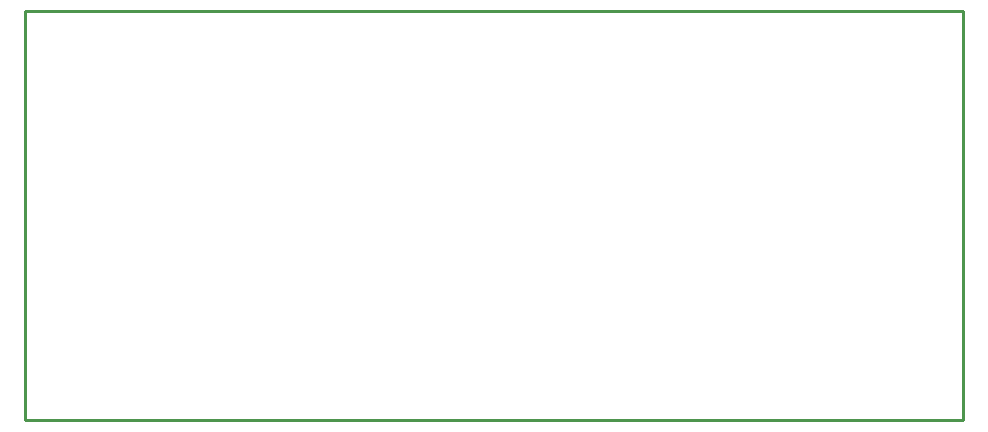
<source format=gko>
G04 Layer: BoardOutlineLayer*
G04 EasyEDA Pro v2.1.42.467b0aa0.3861f9, 2023-12-20 23:41:23*
G04 Gerber Generator version 0.3*
G04 Scale: 100 percent, Rotated: No, Reflected: No*
G04 Dimensions in millimeters*
G04 Leading zeros omitted, absolute positions, 3 integers and 5 decimals*
%FSLAX35Y35*%
%MOMM*%
%ADD10C,0.254*%
G75*


G04 PolygonModel Start*
G54D10*
G01X-3997453Y-440709D02*
G01X3946653Y-440709D01*
G01Y3021784D01*
G01X-3997453D01*
G01Y-440709D01*
G04 PolygonModel End*

M02*

</source>
